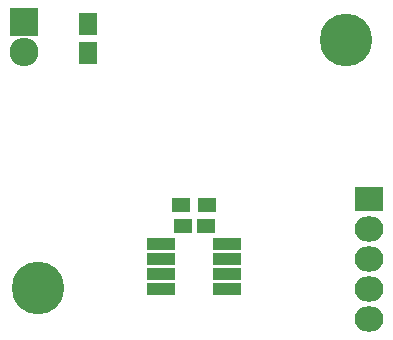
<source format=gbr>
G04 #@! TF.FileFunction,Soldermask,Bot*
%FSLAX46Y46*%
G04 Gerber Fmt 4.6, Leading zero omitted, Abs format (unit mm)*
G04 Created by KiCad (PCBNEW (2015-09-17 BZR 6202)-product) date Saturday, October 24, 2015 'PMt' 10:17:15 PM*
%MOMM*%
G01*
G04 APERTURE LIST*
%ADD10C,0.100000*%
%ADD11R,1.650000X1.900000*%
%ADD12R,1.600000X1.150000*%
%ADD13R,2.398980X0.999440*%
%ADD14R,2.432000X2.127200*%
%ADD15O,2.432000X2.127200*%
%ADD16R,2.432000X2.432000*%
%ADD17O,2.432000X2.432000*%
%ADD18R,1.600000X1.300000*%
%ADD19C,4.464000*%
G04 APERTURE END LIST*
D10*
D11*
X109200000Y-105150000D03*
X109200000Y-102650000D03*
D12*
X119150000Y-119800000D03*
X117250000Y-119800000D03*
D13*
X115406000Y-125105000D03*
X115406000Y-123835000D03*
X115406000Y-122565000D03*
X115406000Y-121295000D03*
X120994000Y-121295000D03*
X120994000Y-122565000D03*
X120994000Y-123835000D03*
X120994000Y-125105000D03*
D14*
X133000000Y-117500000D03*
D15*
X133000000Y-120040000D03*
X133000000Y-122580000D03*
X133000000Y-125120000D03*
X133000000Y-127660000D03*
D16*
X103750000Y-102500000D03*
D17*
X103750000Y-105040000D03*
D18*
X119300000Y-118000000D03*
X117100000Y-118000000D03*
D19*
X131000000Y-104000000D03*
X105000000Y-125000000D03*
X105000000Y-125000000D03*
M02*

</source>
